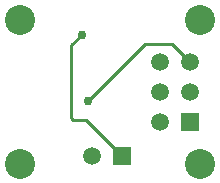
<source format=gbl>
G04*
G04 #@! TF.GenerationSoftware,Altium Limited,Altium Designer,19.1.5 (86)*
G04*
G04 Layer_Physical_Order=2*
G04 Layer_Color=16711680*
%FSLAX25Y25*%
%MOIN*%
G70*
G01*
G75*
%ADD10C,0.01000*%
%ADD14C,0.10000*%
%ADD29C,0.05906*%
%ADD30R,0.05906X0.05906*%
%ADD31R,0.05906X0.05906*%
%ADD32C,0.03000*%
D10*
X27586Y24500D02*
X32000D01*
X27000Y25086D02*
X27586Y24500D01*
X32000D02*
X44000Y12500D01*
X27000Y25086D02*
Y49500D01*
X30500Y53000D01*
X32500Y31000D02*
X51500Y50000D01*
X60500D01*
X66500Y44000D01*
D14*
X10000Y10000D02*
D03*
Y58000D02*
D03*
X70000D02*
D03*
Y10000D02*
D03*
D29*
X34000Y12500D02*
D03*
X56500Y44000D02*
D03*
X66500D02*
D03*
X56500Y34000D02*
D03*
X66500D02*
D03*
X56500Y24000D02*
D03*
D30*
X44000Y12500D02*
D03*
D31*
X66500Y24000D02*
D03*
D32*
X30500Y53000D02*
D03*
X32500Y31000D02*
D03*
M02*

</source>
